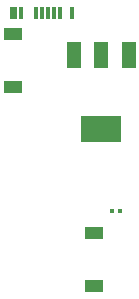
<source format=gbr>
%TF.GenerationSoftware,KiCad,Pcbnew,9.0.0*%
%TF.CreationDate,2025-05-15T12:24:39+09:00*%
%TF.ProjectId,Raspberry Pi Pico(Designed By TORICA),52617370-6265-4727-9279-205069205069,rev?*%
%TF.SameCoordinates,Original*%
%TF.FileFunction,Paste,Bot*%
%TF.FilePolarity,Positive*%
%FSLAX46Y46*%
G04 Gerber Fmt 4.6, Leading zero omitted, Abs format (unit mm)*
G04 Created by KiCad (PCBNEW 9.0.0) date 2025-05-15 12:24:39*
%MOMM*%
%LPD*%
G01*
G04 APERTURE LIST*
G04 Aperture macros list*
%AMRoundRect*
0 Rectangle with rounded corners*
0 $1 Rounding radius*
0 $2 $3 $4 $5 $6 $7 $8 $9 X,Y pos of 4 corners*
0 Add a 4 corners polygon primitive as box body*
4,1,4,$2,$3,$4,$5,$6,$7,$8,$9,$2,$3,0*
0 Add four circle primitives for the rounded corners*
1,1,$1+$1,$2,$3*
1,1,$1+$1,$4,$5*
1,1,$1+$1,$6,$7*
1,1,$1+$1,$8,$9*
0 Add four rect primitives between the rounded corners*
20,1,$1+$1,$2,$3,$4,$5,0*
20,1,$1+$1,$4,$5,$6,$7,0*
20,1,$1+$1,$6,$7,$8,$9,0*
20,1,$1+$1,$8,$9,$2,$3,0*%
G04 Aperture macros list end*
%ADD10RoundRect,0.079500X0.079500X0.100500X-0.079500X0.100500X-0.079500X-0.100500X0.079500X-0.100500X0*%
%ADD11R,0.300000X1.140000*%
%ADD12R,1.600000X1.050000*%
%ADD13R,1.200000X2.200000*%
%ADD14R,3.500000X2.200000*%
G04 APERTURE END LIST*
D10*
%TO.C,D1*%
X155845000Y-102500000D03*
X155155000Y-102500000D03*
%TD*%
D11*
%TO.C,J1*%
X146650000Y-85750000D03*
X147450000Y-85750000D03*
X148750000Y-85750000D03*
X149750000Y-85750000D03*
X150250000Y-85750000D03*
X151750000Y-85750000D03*
X150750000Y-85750000D03*
X149250000Y-85750000D03*
X146950000Y-85750000D03*
%TD*%
D12*
%TO.C,SW1*%
X146750000Y-87525000D03*
X146750000Y-91975000D03*
%TD*%
%TO.C,SW2*%
X153600000Y-108800000D03*
X153600000Y-104350000D03*
%TD*%
D13*
%TO.C,U3*%
X151950000Y-89300000D03*
X154250000Y-89300000D03*
D14*
X154250000Y-95500000D03*
D13*
X156550000Y-89300000D03*
%TD*%
M02*

</source>
